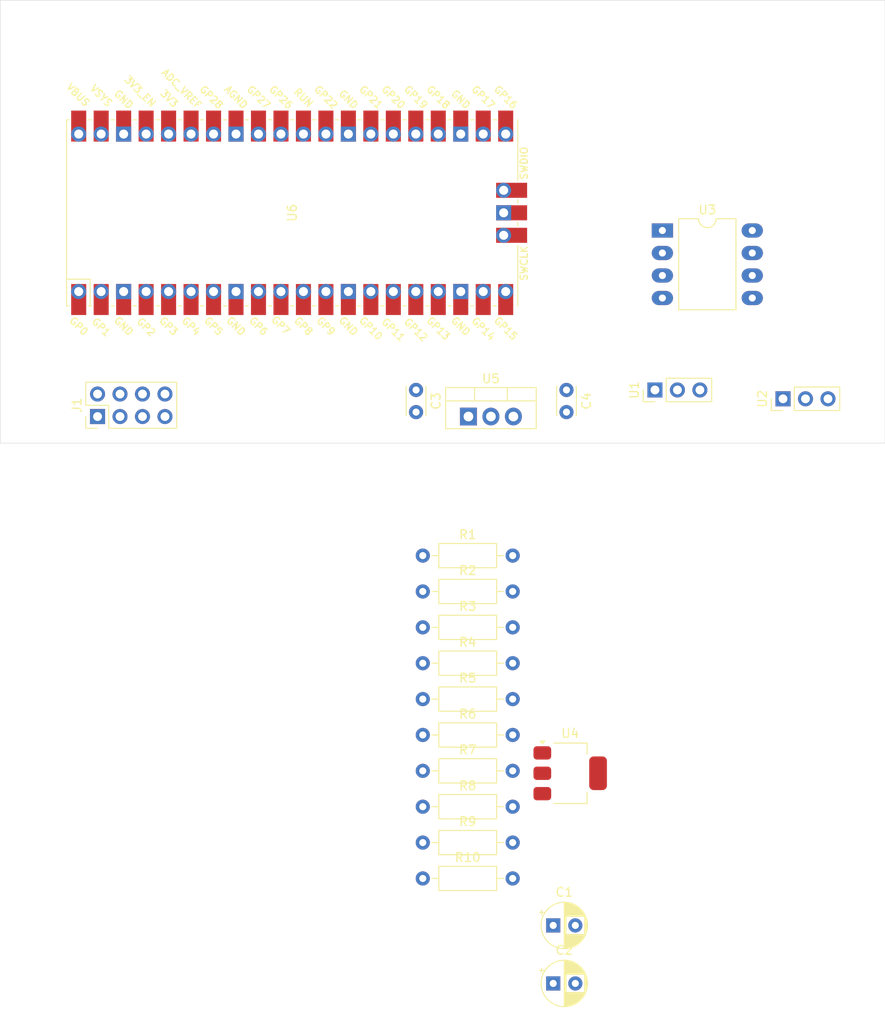
<source format=kicad_pcb>
(kicad_pcb (version 20240108) (generator "pcbnew") (generator_version "8.0")
  (layers (0 "F.Cu" signal) (31 "B.Cu" signal) (34 "B.Paste" user) (35 "F.Paste" user) (36 "B.SilkS" user "B.Silkscreen") (37 "F.SilkS" user "F.Silkscreen") (38 "B.Mask" user) (39 "F.Mask" user) (44 "Edge.Cuts" user))
  (net 0 "")
  (net 1 "+5V")
  (net 2 "GND")
  (net 3 "+3V3")
  (net 4 "+BATT")
  (net 5 "A0-Acc")
  (net 6 "DIR")
  (net 7 "A1-Brk")
  (net 8 "SDA")
  (net 9 "SCL")
  (net 10 "Net-(U3A-+)")
  (net 11 "Hall_1")
  (net 12 "Net-(R2-Pad2)")
  (net 13 "Vop1")
  (net 14 "Vref")
  (net 15 "Net-(U3B-+)")
  (net 16 "Hall_2")
  (net 17 "Net-(R8-Pad2)")
  (footprint "Resistor_THT:R_Axial_DIN0207_L6.3mm_D2.5mm_P10.16mm_Horizontal" (layer "F.Cu") (at 67.760225 82.7)
    (property "Reference" "R1" (at 5.08 -2.37 0) (layer "F.SilkS"))
    (property "Value" "1k")
    (pad "1" thru_hole circle (at 0 0) (size 1.6 1.6) (drill 0.8) (layers "*.Cu" "*.Mask") (net 11 "Hall_1"))
    (pad "2" thru_hole oval (at 10.16 0) (size 1.6 1.6) (drill 0.8) (layers "*.Cu" "*.Mask") (net 10 "Net-(U3A-+)"))
  )
  (footprint "Resistor_THT:R_Axial_DIN0207_L6.3mm_D2.5mm_P10.16mm_Horizontal" (layer "F.Cu") (at 67.760225 86.75)
    (property "Reference" "R2" (at 5.08 -2.37 0) (layer "F.SilkS"))
    (property "Value" "2,2k")
    (pad "1" thru_hole circle (at 0 0) (size 1.6 1.6) (drill 0.8) (layers "*.Cu" "*.Mask") (net 10 "Net-(U3A-+)"))
    (pad "2" thru_hole oval (at 10.16 0) (size 1.6 1.6) (drill 0.8) (layers "*.Cu" "*.Mask") (net 12 "Net-(R2-Pad2)"))
  )
  (footprint "Capacitor_THT:C_Disc_D3.0mm_W2.0mm_P2.50mm" (layer "F.Cu") (at 67 64 -90)
    (property "Reference" "C3" (at 1.25 -2.25 90) (layer "F.SilkS"))
    (property "Value" "0.33uF")
    (pad "1" thru_hole circle (at 0 0 270) (size 1.6 1.6) (drill 0.8) (layers "*.Cu" "*.Mask") (net 4 "+BATT"))
    (pad "2" thru_hole circle (at 2.5 0 270) (size 1.6 1.6) (drill 0.8) (layers "*.Cu" "*.Mask") (net 2 "GND"))
  )
  (footprint "Resistor_THT:R_Axial_DIN0207_L6.3mm_D2.5mm_P10.16mm_Horizontal" (layer "F.Cu") (at 67.760225 111.05)
    (property "Reference" "R8" (at 5.08 -2.37 0) (layer "F.SilkS"))
    (property "Value" "2,2k")
    (pad "1" thru_hole circle (at 0 0) (size 1.6 1.6) (drill 0.8) (layers "*.Cu" "*.Mask") (net 15 "Net-(U3B-+)"))
    (pad "2" thru_hole oval (at 10.16 0) (size 1.6 1.6) (drill 0.8) (layers "*.Cu" "*.Mask") (net 17 "Net-(R8-Pad2)"))
  )
  (footprint "Connector_PinHeader_2.54mm:PinHeader_1x03_P2.54mm_Vertical" (layer "F.Cu") (at 94 64 90)
    (property "Reference" "U1" (at 0 -2.33 270) (layer "F.SilkS"))
    (property "Value" "A1302KUA-T")
    (pad "1" thru_hole rect (at 0 0 90) (size 1.7 1.7) (drill 1) (layers "*.Cu" "*.Mask") (net 1 "+5V"))
    (pad "2" thru_hole oval (at 0 2.54 90) (size 1.7 1.7) (drill 1) (layers "*.Cu" "*.Mask") (net 2 "GND"))
    (pad "3" thru_hole oval (at 0 5.08 90) (size 1.7 1.7) (drill 1) (layers "*.Cu" "*.Mask") (net 11 "Hall_1"))
  )
  (footprint "Resistor_THT:R_Axial_DIN0207_L6.3mm_D2.5mm_P10.16mm_Horizontal" (layer "F.Cu") (at 67.760225 102.95)
    (property "Reference" "R6" (at 5.08 -2.37 0) (layer "F.SilkS"))
    (property "Value" "4,7k")
    (pad "1" thru_hole circle (at 0 0) (size 1.6 1.6) (drill 0.8) (layers "*.Cu" "*.Mask") (net 2 "GND"))
    (pad "2" thru_hole oval (at 10.16 0) (size 1.6 1.6) (drill 0.8) (layers "*.Cu" "*.Mask") (net 14 "Vref"))
  )
  (footprint "Resistor_THT:R_Axial_DIN0207_L6.3mm_D2.5mm_P10.16mm_Horizontal" (layer "F.Cu") (at 67.760225 98.9)
    (property "Reference" "R5" (at 5.08 -2.37 0) (layer "F.SilkS"))
    (property "Value" "10k")
    (pad "1" thru_hole circle (at 0 0) (size 1.6 1.6) (drill 0.8) (layers "*.Cu" "*.Mask") (net 14 "Vref"))
    (pad "2" thru_hole oval (at 10.16 0) (size 1.6 1.6) (drill 0.8) (layers "*.Cu" "*.Mask") (net 3 "+3V3"))
  )
  (footprint "Resistor_THT:R_Axial_DIN0207_L6.3mm_D2.5mm_P10.16mm_Horizontal" (layer "F.Cu") (at 67.760225 94.85)
    (property "Reference" "R4" (at 5.08 -2.37 0) (layer "F.SilkS"))
    (property "Value" "10k")
    (pad "1" thru_hole circle (at 0 0) (size 1.6 1.6) (drill 0.8) (layers "*.Cu" "*.Mask") (net 2 "GND"))
    (pad "2" thru_hole oval (at 10.16 0) (size 1.6 1.6) (drill 0.8) (layers "*.Cu" "*.Mask") (net 13 "Vop1"))
  )
  (footprint "Resistor_THT:R_Axial_DIN0207_L6.3mm_D2.5mm_P10.16mm_Horizontal" (layer "F.Cu") (at 67.760225 119.15)
    (property "Reference" "R10" (at 5.08 -2.37 0) (layer "F.SilkS"))
    (property "Value" "10k")
    (pad "1" thru_hole circle (at 0 0) (size 1.6 1.6) (drill 0.8) (layers "*.Cu" "*.Mask") (net 2 "GND"))
    (pad "2" thru_hole oval (at 10.16 0) (size 1.6 1.6) (drill 0.8) (layers "*.Cu" "*.Mask") (net 13 "Vop1"))
  )
  (footprint "Resistor_THT:R_Axial_DIN0207_L6.3mm_D2.5mm_P10.16mm_Horizontal" (layer "F.Cu") (at 67.760225 115.1)
    (property "Reference" "R9" (at 5.08 -2.37 0) (layer "F.SilkS"))
    (property "Value" "1k")
    (pad "1" thru_hole circle (at 0 0) (size 1.6 1.6) (drill 0.8) (layers "*.Cu" "*.Mask") (net 17 "Net-(R8-Pad2)"))
    (pad "2" thru_hole oval (at 10.16 0) (size 1.6 1.6) (drill 0.8) (layers "*.Cu" "*.Mask") (net 13 "Vop1"))
  )
  (footprint "Connector_PinHeader_2.54mm:PinHeader_2x04_P2.54mm_Vertical" (layer "F.Cu") (at 31 67 90)
    (property "Reference" "J1" (at 1.27 -2.33 90) (layer "F.SilkS"))
    (property "Value" "Conn_02x04_Socket")
    (pad "1" thru_hole rect (at 0 0 90) (size 1.7 1.7) (drill 1) (layers "*.Cu" "*.Mask") (net 1 "+5V"))
    (pad "2" thru_hole oval (at 2.54 0 90) (size 1.7 1.7) (drill 1) (layers "*.Cu" "*.Mask") (net 3 "+3V3"))
    (pad "3" thru_hole oval (at 0 2.54 90) (size 1.7 1.7) (drill 1) (layers "*.Cu" "*.Mask") (net 6 "DIR"))
    (pad "4" thru_hole oval (at 2.54 2.54 90) (size 1.7 1.7) (drill 1) (layers "*.Cu" "*.Mask") (net 8 "SDA"))
    (pad "5" thru_hole oval (at 0 5.08 90) (size 1.7 1.7) (drill 1) (layers "*.Cu" "*.Mask") (net 9 "SCL"))
    (pad "6" thru_hole oval (at 2.54 5.08 90) (size 1.7 1.7) (drill 1) (layers "*.Cu" "*.Mask") (net 5 "A0-Acc"))
    (pad "7" thru_hole oval (at 0 7.62 90) (size 1.7 1.7) (drill 1) (layers "*.Cu" "*.Mask") (net 7 "A1-Brk"))
    (pad "8" thru_hole oval (at 2.54 7.62 90) (size 1.7 1.7) (drill 1) (layers "*.Cu" "*.Mask") (net 2 "GND"))
  )
  (footprint "MCU_RaspberryPi_and_Boards:RPi_Pico_SMD_TH" (layer "F.Cu") (at 53 44 90)
    (property "Reference" "U6" (at 0 0 270) (layer "F.SilkS"))
    (property "Value" "Pico")
    (fp_text user "SWCLK" (at -5.7 26.2 270) (layer "F.SilkS") (effects (font (size 0.8 0.8))))
    (fp_text user "GP7" (at -12.7 -1.3 315) (layer "F.SilkS") (effects (font (size 0.8 0.8))))
    (fp_text user "GP18" (at 13.054 16.51 315) (layer "F.SilkS") (effects (font (size 0.8 0.8))))
    (fp_text user "GP0" (at -12.8 -24.13 315) (layer "F.SilkS") (effects (font (size 0.8 0.8))))
    (fp_text user "AGND" (at 13.054 -6.35 315) (layer "F.SilkS") (effects (font (size 0.8 0.8))))
    (fp_text user "3V3" (at 12.9 -13.9 315) (layer "F.SilkS") (effects (font (size 0.8 0.8))))
    (fp_text user "GP19" (at 13.054 13.97 315) (layer "F.SilkS") (effects (font (size 0.8 0.8))))
    (fp_text user "GND" (at 12.8 -19.05 315) (layer "F.SilkS") (effects (font (size 0.8 0.8))))
    (fp_text user "ADC_VREF" (at 14 -12.5 315) (layer "F.SilkS") (effects (font (size 0.8 0.8))))
    (fp_text user "GP2" (at -12.9 -16.51 315) (layer "F.SilkS") (effects (font (size 0.8 0.8))))
    (fp_text user "GND" (at -12.8 19.05 315) (layer "F.SilkS") (effects (font (size 0.8 0.8))))
    (fp_text user "GP27" (at 13.054 -3.8 315) (layer "F.SilkS") (effects (font (size 0.8 0.8))))
    (fp_text user "GP3" (at -12.8 -13.97 315) (layer "F.SilkS") (effects (font (size 0.8 0.8))))
    (fp_text user "GND" (at 12.8 19.05 315) (layer "F.SilkS") (effects (font (size 0.8 0.8))))
    (fp_text user "GP16" (at 13.054 24.13 315) (layer "F.SilkS") (effects (font (size 0.8 0.8))))
    (fp_text user "GP17" (at 13.054 21.59 315) (layer "F.SilkS") (effects (font (size 0.8 0.8))))
    (fp_text user "GP11" (at -13.2 11.43 315) (layer "F.SilkS") (effects (font (size 0.8 0.8))))
    (fp_text user "GP22" (at 13.054 3.81 315) (layer "F.SilkS") (effects (font (size 0.8 0.8))))
    (fp_text user "GND" (at -12.8 -19.05 315) (layer "F.SilkS") (effects (font (size 0.8 0.8))))
    (fp_text user "GP13" (at -13.054 16.51 315) (layer "F.SilkS") (effects (font (size 0.8 0.8))))
    (fp_text user "GND" (at 12.8 6.35 315) (layer "F.SilkS") (effects (font (size 0.8 0.8))))
    (fp_text user "GP10" (at -13.054 8.89 315) (layer "F.SilkS") (effects (font (size 0.8 0.8))))
    (fp_text user "RUN" (at 13 1.27 315) (layer "F.SilkS") (effects (font (size 0.8 0.8))))
    (fp_text user "GP15" (at -13.054 24.13 315) (layer "F.SilkS") (effects (font (size 0.8 0.8))))
    (fp_text user "GP6" (at -12.8 -3.81 315) (layer "F.SilkS") (effects (font (size 0.8 0.8))))
    (fp_text user "GP21" (at 13.054 8.9 315) (layer "F.SilkS") (effects (font (size 0.8 0.8))))
    (fp_text user "GP9" (at -12.8 3.81 315) (layer "F.SilkS") (effects (font (size 0.8 0.8))))
    (fp_text user "3V3_EN" (at 13.7 -17.2 315) (layer "F.SilkS") (effects (font (size 0.8 0.8))))
    (fp_text user "GP8" (at -12.8 1.27 315) (layer "F.SilkS") (effects (font (size 0.8 0.8))))
    (fp_text user "GP4" (at -12.8 -11.43 315) (layer "F.SilkS") (effects (font (size 0.8 0.8))))
    (fp_text user "GP14" (at -13.1 21.59 315) (layer "F.SilkS") (effects (font (size 0.8 0.8))))
    (fp_text user "GP28" (at 13.054 -9.144 315) (layer "F.SilkS") (effects (font (size 0.8 0.8))))
    (fp_text user "GP20" (at 13.054 11.43 315) (layer "F.SilkS") (effects (font (size 0.8 0.8))))
    (fp_text user "GP12" (at -13.2 13.97 315) (layer "F.SilkS") (effects (font (size 0.8 0.8))))
    (fp_text user "GND" (at -12.8 -6.35 315) (layer "F.SilkS") (effects (font (size 0.8 0.8))))
    (fp_text user "GP26" (at 13.054 -1.27 315) (layer "F.SilkS") (effects (font (size 0.8 0.8))))
    (fp_text user "GND" (at -12.8 6.35 315) (layer "F.SilkS") (effects (font (size 0.8 0.8))))
    (fp_text user "GP1" (at -12.9 -21.6 315) (layer "F.SilkS") (effects (font (size 0.8 0.8))))
    (fp_text user "VBUS" (at 13.3 -24.2 315) (layer "F.SilkS") (effects (font (size 0.8 0.8))))
    (fp_text user "VSYS" (at 13.2 -21.59 315) (layer "F.SilkS") (effects (font (size 0.8 0.8))))
    (fp_text user "GP5" (at -12.8 -8.89 315) (layer "F.SilkS") (effects (font (size 0.8 0.8))))
    (fp_text user "SWDIO" (at 5.6 26.2 270) (layer "F.SilkS") (effects (font (size 0.8 0.8))))
    (pad "" np_thru_hole oval (at -2.725 -24 90) (size 1.8 1.8) (drill 1.8) (layers "*.Cu" "*.Mask"))
    (pad "" np_thru_hole oval (at -2.425 -20.97 90) (size 1.5 1.5) (drill 1.5) (layers "*.Cu" "*.Mask"))
    (pad "" np_thru_hole oval (at 2.425 -20.97 90) (size 1.5 1.5) (drill 1.5) (layers "*.Cu" "*.Mask"))
    (pad "" np_thru_hole oval (at 2.725 -24 90) (size 1.8 1.8) (drill 1.8) (layers "*.Cu" "*.Mask"))
    (pad "1" thru_hole oval (at -8.89 -24.13 90) (size 1.7 1.7) (drill 1.02) (layers "*.Cu" "*.Mask"))
    (pad "1" smd rect (at -8.89 -24.13 90) (size 3.5 1.7) (drill (offset -0.9 0)) (layers "F.Cu" "F.Mask"))
    (pad "2" thru_hole oval (at -8.89 -21.59 90) (size 1.7 1.7) (drill 1.02) (layers "*.Cu" "*.Mask"))
    (pad "2" smd rect (at -8.89 -21.59 90) (size 3.5 1.7) (drill (offset -0.9 0)) (layers "F.Cu" "F.Mask"))
    (pad "3" thru_hole rect (at -8.89 -19.05 90) (size 1.7 1.7) (drill 1.02) (layers "*.Cu" "*.Mask"))
    (pad "3" smd rect (at -8.89 -19.05 90) (size 3.5 1.7) (drill (offset -0.9 0)) (layers "F.Cu" "F.Mask"))
    (pad "4" thru_hole oval (at -8.89 -16.51 90) (size 1.7 1.7) (drill 1.02) (layers "*.Cu" "*.Mask"))
    (pad "4" smd rect (at -8.89 -16.51 90) (size 3.5 1.7) (drill (offset -0.9 0)) (layers "F.Cu" "F.Mask"))
    (pad "5" thru_hole oval (at -8.89 -13.97 90) (size 1.7 1.7) (drill 1.02) (layers "*.Cu" "*.Mask"))
    (pad "5" smd rect (at -8.89 -13.97 90) (size 3.5 1.7) (drill (offset -0.9 0)) (layers "F.Cu" "F.Mask"))
    (pad "6" thru_hole oval (at -8.89 -11.43 90) (size 1.7 1.7) (drill 1.02) (layers "*.Cu" "*.Mask"))
    (pad "6" smd rect (at -8.89 -11.43 90) (size 3.5 1.7) (drill (offset -0.9 0)) (layers "F.Cu" "F.Mask"))
    (pad "7" thru_hole oval (at -8.89 -8.89 90) (size 1.7 1.7) (drill 1.02) (layers "*.Cu" "*.Mask"))
    (pad "7" smd rect (at -8.89 -8.89 90) (size 3.5 1.7) (drill (offset -0.9 0)) (layers "F.Cu" "F.Mask"))
    (pad "8" thru_hole rect (at -8.89 -6.35 90) (size 1.7 1.7) (drill 1.02) (layers "*.Cu" "*.Mask"))
    (pad "8" smd rect (at -8.89 -6.35 90) (size 3.5 1.7) (drill (offset -0.9 0)) (layers "F.Cu" "F.Mask"))
    (pad "9" thru_hole oval (at -8.89 -3.81 90) (size 1.7 1.7) (drill 1.02) (layers "*.Cu" "*.Mask"))
    (pad "9" smd rect (at -8.89 -3.81 90) (size 3.5 1.7) (drill (offset -0.9 0)) (layers "F.Cu" "F.Mask"))
    (pad "10" thru_hole oval (at -8.89 -1.27 90) (size 1.7 1.7) (drill 1.02) (layers "*.Cu" "*.Mask"))
    (pad "10" smd rect (at -8.89 -1.27 90) (size 3.5 1.7) (drill (offset -0.9 0)) (layers "F.Cu" "F.Mask"))
    (pad "11" thru_hole oval (at -8.89 1.27 90) (size 1.7 1.7) (drill 1.02) (layers "*.Cu" "*.Mask"))
    (pad "11" smd rect (at -8.89 1.27 90) (size 3.5 1.7) (drill (offset -0.9 0)) (layers "F.Cu" "F.Mask"))
    (pad "12" thru_hole oval (at -8.89 3.81 90) (size 1.7 1.7) (drill 1.02) (layers "*.Cu" "*.Mask"))
    (pad "12" smd rect (at -8.89 3.81 90) (size 3.5 1.7) (drill (offset -0.9 0)) (layers "F.Cu" "F.Mask"))
    (pad "13" thru_hole rect (at -8.89 6.35 90) (size 1.7 1.7) (drill 1.02) (layers "*.Cu" "*.Mask"))
    (pad "13" smd rect (at -8.89 6.35 90) (size 3.5 1.7) (drill (offset -0.9 0)) (layers "F.Cu" "F.Mask"))
    (pad "14" thru_hole oval (at -8.89 8.89 90) (size 1.7 1.7) (drill 1.02) (layers "*.Cu" "*.Mask"))
    (pad "14" smd rect (at -8.89 8.89 90) (size 3.5 1.7) (drill (offset -0.9 0)) (layers "F.Cu" "F.Mask"))
    (pad "15" thru_hole oval (at -8.89 11.43 90) (size 1.7 1.7) (drill 1.02) (layers "*.Cu" "*.Mask"))
    (pad "15" smd rect (at -8.89 11.43 90) (size 3.5 1.7) (drill (offset -0.9 0)) (layers "F.Cu" "F.Mask"))
    (pad "16" thru_hole oval (at -8.89 13.97 90) (size 1.7 1.7) (drill 1.02) (layers "*.Cu" "*.Mask"))
    (pad "16" smd rect (at -8.89 13.97 90) (size 3.5 1.7) (drill (offset -0.9 0)) (layers "F.Cu" "F.Mask"))
    (pad "17" thru_hole oval (at -8.89 16.51 90) (size 1.7 1.7) (drill 1.02) (layers "*.Cu" "*.Mask"))
    (pad "17" smd rect (at -8.89 16.51 90) (size 3.5 1.7) (drill (offset -0.9 0)) (layers "F.Cu" "F.Mask"))
    (pad "18" thru_hole rect (at -8.89 19.05 90) (size 1.7 1.7) (drill 1.02) (layers "*.Cu" "*.Mask"))
    (pad "18" smd rect (at -8.89 19.05 90) (size 3.5 1.7) (drill (offset -0.9 0)) (layers "F.Cu" "F.Mask"))
    (pad "19" thru_hole oval (at -8.89 21.59 90) (size 1.7 1.7) (drill 1.02) (layers "*.Cu" "*.Mask"))
    (pad "19" smd rect (at -8.89 21.59 90) (size 3.5 1.7) (drill (offset -0.9 0)) (layers "F.Cu" "F.Mask"))
    (pad "20" thru_hole oval (at -8.89 24.13 90) (size 1.7 1.7) (drill 1.02) (layers "*.Cu" "*.Mask"))
    (pad "20" smd rect (at -8.89 24.13 90) (size 3.5 1.7) (drill (offset -0.9 0)) (layers "F.Cu" "F.Mask"))
    (pad "21" thru_hole oval (at 8.89 24.13 90) (size 1.7 1.7) (drill 1.02) (layers "*.Cu" "*.Mask"))
    (pad "21" smd rect (at 8.89 24.13 90) (size 3.5 1.7) (drill (offset 0.9 0)) (layers "F.Cu" "F.Mask"))
    (pad "22" thru_hole oval (at 8.89 21.59 90) (size 1.7 1.7) (drill 1.02) (layers "*.Cu" "*.Mask"))
    (pad "22" smd rect (at 8.89 21.59 90) (size 3.5 1.7) (drill (offset 0.9 0)) (layers "F.Cu" "F.Mask"))
    (pad "23" thru_hole rect (at 8.89 19.05 90) (size 1.7 1.7) (drill 1.02) (layers "*.Cu" "*.Mask"))
    (pad "23" smd rect (at 8.89 19.05 90) (size 3.5 1.7) (drill (offset 0.9 0)) (layers "F.Cu" "F.Mask"))
    (pad "24" thru_hole oval (at 8.89 16.51 90) (size 1.7 1.7) (drill 1.02) (layers "*.Cu" "*.Mask"))
    (pad "24" smd rect (at 8.89 16.51 90) (size 3.5 1.7) (drill (offset 0.9 0)) (layers "F.Cu" "F.Mask"))
    (pad "25" thru_hole oval (at 8.89 13.97 90) (size 1.7 1.7) (drill 1.02) (layers "*.Cu" "*.Mask"))
    (pad "25" smd rect (at 8.89 13.97 90) (size 3.5 1.7) (drill (offset 0.9 0)) (layers "F.Cu" "F.Mask"))
    (pad "26" thru_hole oval (at 8.89 11.43 90) (size 1.7 1.7) (drill 1.02) (layers "*.Cu" "*.Mask"))
    (pad "26" smd rect (at 8.89 11.43 90) (size 3.5 1.7) (drill (offset 0.9 0)) (layers "F.Cu" "F.Mask"))
    (pad "27" thru_hole oval (at 8.89 8.89 90) (size 1.7 1.7) (drill 1.02) (layers "*.Cu" "*.Mask"))
    (pad "27" smd rect (at 8.89 8.89 90) (size 3.5 1.7) (drill (offset 0.9 0)) (layers "F.Cu" "F.Mask"))
    (pad "28" thru_hole rect (at 8.89 6.35 90) (size 1.7 1.7) (drill 1.02) (layers "*.Cu" "*.Mask"))
    (pad "28" smd rect (at 8.89 6.35 90) (size 3.5 1.7) (drill (offset 0.9 0)) (layers "F.Cu" "F.Mask"))
    (pad "29" thru_hole oval (at 8.89 3.81 90) (size 1.7 1.7) (drill 1.02) (layers "*.Cu" "*.Mask"))
    (pad "29" smd rect (at 8.89 3.81 90) (size 3.5 1.7) (drill (offset 0.9 0)) (layers "F.Cu" "F.Mask"))
    (pad "30" thru_hole oval (at 8.89 1.27 90) (size 1.7 1.7) (drill 1.02) (layers "*.Cu" "*.Mask"))
    (pad "30" smd rect (at 8.89 1.27 90) (size 3.5 1.7) (drill (offset 0.9 0)) (layers "F.Cu" "F.Mask"))
    (pad "31" thru_hole oval (at 8.89 -1.27 90) (size 1.7 1.7) (drill 1.02) (layers "*.Cu" "*.Mask"))
    (pad "31" smd rect (at 8.89 -1.27 90) (size 3.5 1.7) (drill (offset 0.9 0)) (layers "F.Cu" "F.Mask"))
    (pad "32" thru_hole oval (at 8.89 -3.81 90) (size 1.7 1.7) (drill 1.02) (layers "*.Cu" "*.Mask"))
    (pad "32" smd rect (at 8.89 -3.81 90) (size 3.5 1.7) (drill (offset 0.9 0)) (layers "F.Cu" "F.Mask"))
    (pad "33" thru_hole rect (at 8.89 -6.35 90) (size 1.7 1.7) (drill 1.02) (layers "*.Cu" "*.Mask"))
    (pad "33" smd rect (at 8.89 -6.35 90) (size 3.5 1.7) (drill (offset 0.9 0)) (layers "F.Cu" "F.Mask"))
    (pad "34" thru_hole oval (at 8.89 -8.89 90) (size 1.7 1.7) (drill 1.02) (layers "*.Cu" "*.Mask"))
    (pad "34" smd rect (at 8.89 -8.89 90) (size 3.5 1.7) (drill (offset 0.9 0)) (layers "F.Cu" "F.Mask"))
    (pad "35" thru_hole oval (at 8.89 -11.43 90) (size 1.7 1.7) (drill 1.02) (layers "*.Cu" "*.Mask"))
    (pad "35" smd rect (at 8.89 -11.43 90) (size 3.5 1.7) (drill (offset 0.9 0)) (layers "F.Cu" "F.Mask"))
    (pad "36" thru_hole oval (at 8.89 -13.97 90) (size 1.7 1.7) (drill 1.02) (layers "*.Cu" "*.Mask"))
    (pad "36" smd rect (at 8.89 -13.97 90) (size 3.5 1.7) (drill (offset 0.9 0)) (layers "F.Cu" "F.Mask"))
    (pad "37" thru_hole oval (at 8.89 -16.51 90) (size 1.7 1.7) (drill 1.02) (layers "*.Cu" "*.Mask"))
    (pad "37" smd rect (at 8.89 -16.51 90) (size 3.5 1.7) (drill (offset 0.9 0)) (layers "F.Cu" "F.Mask"))
    (pad "38" thru_hole rect (at 8.89 -19.05 90) (size 1.7 1.7) (drill 1.02) (layers "*.Cu" "*.Mask"))
    (pad "38" smd rect (at 8.89 -19.05 90) (size 3.5 1.7) (drill (offset 0.9 0)) (layers "F.Cu" "F.Mask"))
    (pad "39" thru_hole oval (at 8.89 -21.59 90) (size 1.7 1.7) (drill 1.02) (layers "*.Cu" "*.Mask"))
    (pad "39" smd rect (at 8.89 -21.59 90) (size 3.5 1.7) (drill (offset 0.9 0)) (layers "F.Cu" "F.Mask"))
    (pad "40" thru_hole oval (at 8.89 -24.13 90) (size 1.7 1.7) (drill 1.02) (layers "*.Cu" "*.Mask"))
    (pad "40" smd rect (at 8.89 -24.13 90) (size 3.5 1.7) (drill (offset 0.9 0)) (layers "F.Cu" "F.Mask"))
    (pad "41" thru_hole oval (at -2.54 23.9 90) (size 1.7 1.7) (drill 1.02) (layers "*.Cu" "*.Mask"))
    (pad "41" smd rect (at -2.54 23.9 180) (size 3.5 1.7) (drill (offset -0.9 0)) (layers "F.Cu" "F.Mask"))
    (pad "42" thru_hole rect (at 0 23.9 90) (size 1.7 1.7) (drill 1.02) (layers "*.Cu" "*.Mask"))
    (pad "42" smd rect (at 0 23.9 180) (size 3.5 1.7) (drill (offset -0.9 0)) (layers "F.Cu" "F.Mask"))
    (pad "43" thru_hole oval (at 2.54 23.9 90) (size 1.7 1.7) (drill 1.02) (layers "*.Cu" "*.Mask"))
    (pad "43" smd rect (at 2.54 23.9 180) (size 3.5 1.7) (drill (offset -0.9 0)) (layers "F.Cu" "F.Mask"))
  )
  (footprint "Package_DIP:DIP-8_W10.16mm_LongPads" (layer "F.Cu") (at 94.84 46)
    (property "Reference" "U3" (at 5.08 -2.33 0) (layer "F.SilkS"))
    (property "Value" "LM358")
    (pad "1" thru_hole rect (at 0 0) (size 2.4 1.6) (drill 0.8) (layers "*.Cu" "*.Mask") (net 12 "Net-(R2-Pad2)"))
    (pad "2" thru_hole oval (at 0 2.54) (size 2.4 1.6) (drill 0.8) (layers "*.Cu" "*.Mask") (net 14 "Vref"))
    (pad "3" thru_hole oval (at 0 5.08) (size 2.4 1.6) (drill 0.8) (layers "*.Cu" "*.Mask") (net 10 "Net-(U3A-+)"))
    (pad "4" thru_hole oval (at 0 7.62) (size 2.4 1.6) (drill 0.8) (layers "*.Cu" "*.Mask") (net 2 "GND"))
    (pad "5" thru_hole oval (at 10.16 7.62) (size 2.4 1.6) (drill 0.8) (layers "*.Cu" "*.Mask") (net 15 "Net-(U3B-+)"))
    (pad "6" thru_hole oval (at 10.16 5.08) (size 2.4 1.6) (drill 0.8) (layers "*.Cu" "*.Mask") (net 14 "Vref"))
    (pad "7" thru_hole oval (at 10.16 2.54) (size 2.4 1.6) (drill 0.8) (layers "*.Cu" "*.Mask") (net 17 "Net-(R8-Pad2)"))
    (pad "8" thru_hole oval (at 10.16 0) (size 2.4 1.6) (drill 0.8) (layers "*.Cu" "*.Mask") (net 1 "+5V"))
  )
  (footprint "Resistor_THT:R_Axial_DIN0207_L6.3mm_D2.5mm_P10.16mm_Horizontal" (layer "F.Cu") (at 67.760225 107)
    (property "Reference" "R7" (at 5.08 -2.37 0) (layer "F.SilkS"))
    (property "Value" "1k")
    (pad "1" thru_hole circle (at 0 0) (size 1.6 1.6) (drill 0.8) (layers "*.Cu" "*.Mask") (net 16 "Hall_2"))
    (pad "2" thru_hole oval (at 10.16 0) (size 1.6 1.6) (drill 0.8) (layers "*.Cu" "*.Mask") (net 15 "Net-(U3B-+)"))
  )
  (footprint "Package_TO_SOT_THT:TO-220-3_Vertical" (layer "F.Cu") (at 72.92 67)
    (property "Reference" "U5" (at 2.54 -4.27 0) (layer "F.SilkS"))
    (property "Value" "LM7805_TO220")
    (pad "1" thru_hole rect (at 0 0) (size 1.905 2) (drill 1.1) (layers "*.Cu" "*.Mask") (net 4 "+BATT"))
    (pad "2" thru_hole oval (at 2.54 0) (size 1.905 2) (drill 1.1) (layers "*.Cu" "*.Mask") (net 2 "GND"))
    (pad "3" thru_hole oval (at 5.08 0) (size 1.905 2) (drill 1.1) (layers "*.Cu" "*.Mask") (net 1 "+5V"))
  )
  (footprint "Package_TO_SOT_SMD:SOT-223-3_TabPin2" (layer "F.Cu") (at 84.420225 107.275)
    (property "Reference" "U4" (at 0 -4.5 0) (layer "F.SilkS"))
    (property "Value" "LM1117MP-3.3")
    (pad "1" smd roundrect (at -3.15 -2.3) (size 2 1.5) (layers "F.Cu" "F.Paste" "F.Mask") (net 2 "GND"))
    (pad "2" smd roundrect (at -3.15 0) (size 2 1.5) (layers "F.Cu" "F.Paste" "F.Mask") (net 3 "+3V3"))
    (pad "2" smd roundrect (at 3.15 0) (size 2 3.8) (layers "F.Cu" "F.Paste" "F.Mask") (net 3 "+3V3"))
    (pad "3" smd roundrect (at -3.15 2.3) (size 2 1.5) (layers "F.Cu" "F.Paste" "F.Mask") (net 1 "+5V"))
  )
  (footprint "Capacitor_THT:CP_Radial_D5.0mm_P2.50mm" (layer "F.Cu") (at 82.5 124.45)
    (property "Reference" "C1" (at 1.25 -3.75 0) (layer "F.SilkS"))
    (property "Value" "10uF")
    (pad "1" thru_hole rect (at 0 0) (size 1.6 1.6) (drill 0.8) (layers "*.Cu" "*.Mask") (net 1 "+5V"))
    (pad "2" thru_hole circle (at 2.5 0) (size 1.6 1.6) (drill 0.8) (layers "*.Cu" "*.Mask") (net 2 "GND"))
  )
  (footprint "Resistor_THT:R_Axial_DIN0207_L6.3mm_D2.5mm_P10.16mm_Horizontal" (layer "F.Cu") (at 67.760225 90.8)
    (property "Reference" "R3" (at 5.08 -2.37 0) (layer "F.SilkS"))
    (property "Value" "1k")
    (pad "1" thru_hole circle (at 0 0) (size 1.6 1.6) (drill 0.8) (layers "*.Cu" "*.Mask") (net 12 "Net-(R2-Pad2)"))
    (pad "2" thru_hole oval (at 10.16 0) (size 1.6 1.6) (drill 0.8) (layers "*.Cu" "*.Mask") (net 13 "Vop1"))
  )
  (footprint "Connector_PinHeader_2.54mm:PinHeader_1x03_P2.54mm_Vertical" (layer "F.Cu") (at 108.475 65 90)
    (property "Reference" "U2" (at 0 -2.33 270) (layer "F.SilkS"))
    (property "Value" "A1302KUA-T")
    (pad "1" thru_hole rect (at 0 0 90) (size 1.7 1.7) (drill 1) (layers "*.Cu" "*.Mask") (net 1 "+5V"))
    (pad "2" thru_hole oval (at 0 2.54 90) (size 1.7 1.7) (drill 1) (layers "*.Cu" "*.Mask") (net 2 "GND"))
    (pad "3" thru_hole oval (at 0 5.08 90) (size 1.7 1.7) (drill 1) (layers "*.Cu" "*.Mask") (net 16 "Hall_2"))
  )
  (footprint "Capacitor_THT:CP_Radial_D5.0mm_P2.50mm" (layer "F.Cu") (at 82.5 131)
    (property "Reference" "C2" (at 1.25 -3.75 0) (layer "F.SilkS"))
    (property "Value" "10uF")
    (pad "1" thru_hole rect (at 0 0) (size 1.6 1.6) (drill 0.8) (layers "*.Cu" "*.Mask") (net 3 "+3V3"))
    (pad "2" thru_hole circle (at 2.5 0) (size 1.6 1.6) (drill 0.8) (layers "*.Cu" "*.Mask") (net 2 "GND"))
  )
  (footprint "Capacitor_THT:C_Disc_D3.0mm_W2.0mm_P2.50mm" (layer "F.Cu") (at 84 64 -90)
    (property "Reference" "C4" (at 1.25 -2.25 90) (layer "F.SilkS"))
    (property "Value" "0.1uF")
    (pad "1" thru_hole circle (at 0 0 270) (size 1.6 1.6) (drill 0.8) (layers "*.Cu" "*.Mask") (net 1 "+5V"))
    (pad "2" thru_hole circle (at 2.5 0 270) (size 1.6 1.6) (drill 0.8) (layers "*.Cu" "*.Mask") (net 2 "GND"))
  )
  (gr_rect (start 20 20) (end 120 70) (stroke (width 0.05)) (fill none) (layer "Edge.Cuts"))
)
</source>
